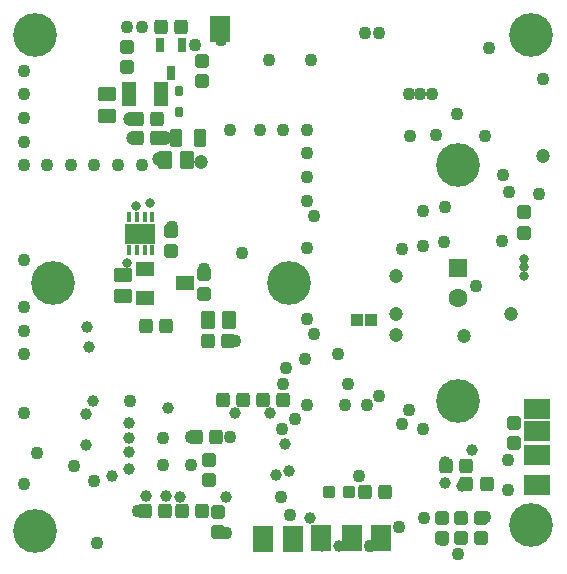
<source format=gbs>
G04 Layer_Color=16711935*
%FSLAX44Y44*%
%MOMM*%
G71*
G01*
G75*
%ADD59R,1.0000X1.0000*%
%ADD71R,1.7032X2.2032*%
G04:AMPARAMS|DCode=72|XSize=1.2032mm|YSize=1.1032mm|CornerRadius=0.2141mm|HoleSize=0mm|Usage=FLASHONLY|Rotation=180.000|XOffset=0mm|YOffset=0mm|HoleType=Round|Shape=RoundedRectangle|*
%AMROUNDEDRECTD72*
21,1,1.2032,0.6750,0,0,180.0*
21,1,0.7750,1.1032,0,0,180.0*
1,1,0.4282,-0.3875,0.3375*
1,1,0.4282,0.3875,0.3375*
1,1,0.4282,0.3875,-0.3375*
1,1,0.4282,-0.3875,-0.3375*
%
%ADD72ROUNDEDRECTD72*%
G04:AMPARAMS|DCode=73|XSize=1.2032mm|YSize=1.1032mm|CornerRadius=0.2141mm|HoleSize=0mm|Usage=FLASHONLY|Rotation=90.000|XOffset=0mm|YOffset=0mm|HoleType=Round|Shape=RoundedRectangle|*
%AMROUNDEDRECTD73*
21,1,1.2032,0.6750,0,0,90.0*
21,1,0.7750,1.1032,0,0,90.0*
1,1,0.4282,0.3375,0.3875*
1,1,0.4282,0.3375,-0.3875*
1,1,0.4282,-0.3375,-0.3875*
1,1,0.4282,-0.3375,0.3875*
%
%ADD73ROUNDEDRECTD73*%
G04:AMPARAMS|DCode=77|XSize=1.6032mm|YSize=1.2032mm|CornerRadius=0.2266mm|HoleSize=0mm|Usage=FLASHONLY|Rotation=180.000|XOffset=0mm|YOffset=0mm|HoleType=Round|Shape=RoundedRectangle|*
%AMROUNDEDRECTD77*
21,1,1.6032,0.7500,0,0,180.0*
21,1,1.1500,1.2032,0,0,180.0*
1,1,0.4532,-0.5750,0.3750*
1,1,0.4532,0.5750,0.3750*
1,1,0.4532,0.5750,-0.3750*
1,1,0.4532,-0.5750,-0.3750*
%
%ADD77ROUNDEDRECTD77*%
G04:AMPARAMS|DCode=78|XSize=1.6032mm|YSize=1.2032mm|CornerRadius=0.2266mm|HoleSize=0mm|Usage=FLASHONLY|Rotation=270.000|XOffset=0mm|YOffset=0mm|HoleType=Round|Shape=RoundedRectangle|*
%AMROUNDEDRECTD78*
21,1,1.6032,0.7500,0,0,270.0*
21,1,1.1500,1.2032,0,0,270.0*
1,1,0.4532,-0.3750,-0.5750*
1,1,0.4532,-0.3750,0.5750*
1,1,0.4532,0.3750,0.5750*
1,1,0.4532,0.3750,-0.5750*
%
%ADD78ROUNDEDRECTD78*%
G04:AMPARAMS|DCode=79|XSize=0.8532mm|YSize=0.7032mm|CornerRadius=0.1516mm|HoleSize=0mm|Usage=FLASHONLY|Rotation=90.000|XOffset=0mm|YOffset=0mm|HoleType=Round|Shape=RoundedRectangle|*
%AMROUNDEDRECTD79*
21,1,0.8532,0.4000,0,0,90.0*
21,1,0.5500,0.7032,0,0,90.0*
1,1,0.3032,0.2000,0.2750*
1,1,0.3032,0.2000,-0.2750*
1,1,0.3032,-0.2000,-0.2750*
1,1,0.3032,-0.2000,0.2750*
%
%ADD79ROUNDEDRECTD79*%
G04:AMPARAMS|DCode=94|XSize=1.5032mm|YSize=1.0032mm|CornerRadius=0.2016mm|HoleSize=0mm|Usage=FLASHONLY|Rotation=270.000|XOffset=0mm|YOffset=0mm|HoleType=Round|Shape=RoundedRectangle|*
%AMROUNDEDRECTD94*
21,1,1.5032,0.6000,0,0,270.0*
21,1,1.1000,1.0032,0,0,270.0*
1,1,0.4032,-0.3000,-0.5500*
1,1,0.4032,-0.3000,0.5500*
1,1,0.4032,0.3000,0.5500*
1,1,0.4032,0.3000,-0.5500*
%
%ADD94ROUNDEDRECTD94*%
%ADD100C,1.0032*%
%ADD101R,1.6032X1.6032*%
%ADD102C,1.6032*%
%ADD103C,3.7032*%
%ADD104C,1.1032*%
%ADD105C,1.2032*%
%ADD106C,0.8032*%
%ADD107R,0.4532X0.9032*%
%ADD108R,2.5032X1.7032*%
G04:AMPARAMS|DCode=109|XSize=1.0032mm|YSize=1.0032mm|CornerRadius=0.2016mm|HoleSize=0mm|Usage=FLASHONLY|Rotation=180.000|XOffset=0mm|YOffset=0mm|HoleType=Round|Shape=RoundedRectangle|*
%AMROUNDEDRECTD109*
21,1,1.0032,0.6000,0,0,180.0*
21,1,0.6000,1.0032,0,0,180.0*
1,1,0.4032,-0.3000,0.3000*
1,1,0.4032,0.3000,0.3000*
1,1,0.4032,0.3000,-0.3000*
1,1,0.4032,-0.3000,-0.3000*
%
%ADD109ROUNDEDRECTD109*%
%ADD110R,2.2032X1.7032*%
%ADD111R,0.8032X1.2532*%
%ADD112R,1.3032X2.0032*%
%ADD113R,1.6032X1.2032*%
D59*
X302000Y-271000D02*
D03*
X314000D02*
D03*
D71*
X186000Y-25000D02*
D03*
X298000Y-456000D02*
D03*
X323000D02*
D03*
X272000D02*
D03*
X248000Y-456200D02*
D03*
X222600D02*
D03*
D72*
X145000Y-213000D02*
D03*
Y-196000D02*
D03*
X374000Y-439000D02*
D03*
Y-456000D02*
D03*
X390000Y-456000D02*
D03*
Y-439000D02*
D03*
X407000Y-456000D02*
D03*
Y-439000D02*
D03*
X185000Y-450500D02*
D03*
Y-433500D02*
D03*
X177000Y-406500D02*
D03*
Y-389500D02*
D03*
X171000Y-69000D02*
D03*
Y-52000D02*
D03*
X108000Y-56500D02*
D03*
Y-39500D02*
D03*
X173000Y-249000D02*
D03*
Y-232000D02*
D03*
X444000Y-197000D02*
D03*
Y-180000D02*
D03*
X435000Y-375000D02*
D03*
Y-358000D02*
D03*
D73*
X309000Y-417000D02*
D03*
X326000D02*
D03*
X394500Y-395000D02*
D03*
X377500D02*
D03*
X412000Y-410000D02*
D03*
X395000D02*
D03*
X171500Y-433000D02*
D03*
X154500D02*
D03*
X139500Y-433000D02*
D03*
X122500D02*
D03*
X183000Y-370000D02*
D03*
X166000D02*
D03*
X206000Y-339000D02*
D03*
X189000D02*
D03*
X223000D02*
D03*
X240000D02*
D03*
X136000Y-23000D02*
D03*
X153000D02*
D03*
X116000Y-101000D02*
D03*
X133000D02*
D03*
Y-117000D02*
D03*
X116000D02*
D03*
X176500Y-289000D02*
D03*
X193500D02*
D03*
X123500Y-276000D02*
D03*
X140500D02*
D03*
D77*
X104000Y-251000D02*
D03*
Y-233000D02*
D03*
X91000Y-98000D02*
D03*
Y-80000D02*
D03*
D78*
X158000Y-136000D02*
D03*
X140000D02*
D03*
X176000Y-271000D02*
D03*
X194000D02*
D03*
D79*
X152000Y-77000D02*
D03*
Y-95000D02*
D03*
D94*
X149000Y-117000D02*
D03*
X169000D02*
D03*
D100*
X199000Y-350000D02*
D03*
X229000D02*
D03*
X109000Y-358000D02*
D03*
X124000Y-420000D02*
D03*
X191000Y-421000D02*
D03*
X95000Y-403000D02*
D03*
X244500Y-398893D02*
D03*
X152500Y-420500D02*
D03*
X109000Y-397000D02*
D03*
X75000Y-294000D02*
D03*
X74000Y-277000D02*
D03*
X79000Y-340000D02*
D03*
X73000Y-377000D02*
D03*
X234000Y-402000D02*
D03*
X241000Y-376000D02*
D03*
X222000Y-462000D02*
D03*
X248000D02*
D03*
X286999Y-461999D02*
D03*
X273000Y-462000D02*
D03*
X262500Y-439000D02*
D03*
X109000Y-382999D02*
D03*
X109000Y-371000D02*
D03*
X142500Y-345500D02*
D03*
X141000Y-420000D02*
D03*
X73000Y-350999D02*
D03*
X391000Y-412000D02*
D03*
X377000Y-409000D02*
D03*
X400000Y-381250D02*
D03*
X376500Y-391000D02*
D03*
D101*
X388000Y-227300D02*
D03*
D102*
Y-252700D02*
D03*
D103*
X45000Y-240000D02*
D03*
X245000D02*
D03*
X388000Y-340000D02*
D03*
Y-140000D02*
D03*
X450000Y-30000D02*
D03*
Y-445000D02*
D03*
X30000Y-450000D02*
D03*
Y-30000D02*
D03*
D104*
X414000Y-41000D02*
D03*
X187000Y-34000D02*
D03*
X455000Y-412000D02*
D03*
X110000Y-340000D02*
D03*
X60000Y-140000D02*
D03*
X40000D02*
D03*
X20000D02*
D03*
Y-120000D02*
D03*
Y-100000D02*
D03*
Y-80000D02*
D03*
Y-60000D02*
D03*
X260000Y-170000D02*
D03*
Y-270000D02*
D03*
Y-210000D02*
D03*
Y-150000D02*
D03*
Y-130000D02*
D03*
X220000Y-110000D02*
D03*
X240000D02*
D03*
X260000D02*
D03*
X80000Y-407000D02*
D03*
X347000Y-115000D02*
D03*
X387000Y-97000D02*
D03*
X339999Y-358999D02*
D03*
X338000Y-446000D02*
D03*
X359000Y-439000D02*
D03*
X239000Y-363000D02*
D03*
X250000Y-355000D02*
D03*
X31000Y-384000D02*
D03*
X430000Y-415000D02*
D03*
X266000Y-283000D02*
D03*
X242000Y-312000D02*
D03*
X356000Y-80000D02*
D03*
X369000Y-114000D02*
D03*
X366000Y-80000D02*
D03*
X411000Y-115000D02*
D03*
X376000Y-205000D02*
D03*
X340000Y-211000D02*
D03*
X358000Y-208000D02*
D03*
X346000Y-80000D02*
D03*
X238000Y-421000D02*
D03*
X286000Y-300000D02*
D03*
X63000Y-395000D02*
D03*
X358000Y-179000D02*
D03*
X321000Y-335000D02*
D03*
X311000Y-343000D02*
D03*
X292000D02*
D03*
X258000Y-304000D02*
D03*
X240000Y-325000D02*
D03*
X205000Y-214000D02*
D03*
X266000Y-183000D02*
D03*
X246000Y-436000D02*
D03*
X191000Y-451000D02*
D03*
X82000Y-460000D02*
D03*
X346000Y-347000D02*
D03*
X304000Y-403000D02*
D03*
X260000Y-343000D02*
D03*
X358000Y-363000D02*
D03*
X374999Y-456999D02*
D03*
X263000Y-51000D02*
D03*
X228000D02*
D03*
X117000Y-433000D02*
D03*
X295000Y-325000D02*
D03*
X195000Y-370000D02*
D03*
X162000D02*
D03*
Y-394000D02*
D03*
X138000D02*
D03*
Y-371000D02*
D03*
X20000Y-410000D02*
D03*
Y-350000D02*
D03*
X171000Y-69000D02*
D03*
X321000Y-28000D02*
D03*
X120000Y-23000D02*
D03*
X309000Y-28000D02*
D03*
X108000Y-23000D02*
D03*
X165000Y-38000D02*
D03*
X460000Y-67000D02*
D03*
X377000Y-175000D02*
D03*
X425000Y-204000D02*
D03*
X173000Y-228000D02*
D03*
X199000Y-289000D02*
D03*
X145000Y-213000D02*
D03*
X146000Y-192000D02*
D03*
X430000Y-390000D02*
D03*
X457000Y-346000D02*
D03*
X456000Y-366000D02*
D03*
X455000Y-384000D02*
D03*
X426000Y-148500D02*
D03*
X431000Y-163000D02*
D03*
X456000Y-164000D02*
D03*
X403000Y-242000D02*
D03*
X80000Y-140000D02*
D03*
X100000D02*
D03*
X120000D02*
D03*
X20000Y-220000D02*
D03*
Y-260000D02*
D03*
Y-280000D02*
D03*
Y-300000D02*
D03*
X313000Y-462000D02*
D03*
X388000Y-469000D02*
D03*
X411000Y-438000D02*
D03*
X195000Y-110000D02*
D03*
D105*
X110000Y-101000D02*
D03*
X113000Y-117000D02*
D03*
X135000Y-135000D02*
D03*
X91000Y-98000D02*
D03*
X140000Y-117000D02*
D03*
X170000Y-137000D02*
D03*
X335000Y-234000D02*
D03*
X335000Y-283500D02*
D03*
Y-266000D02*
D03*
X433000D02*
D03*
X393000Y-284500D02*
D03*
X460000Y-132000D02*
D03*
D106*
X117000Y-201000D02*
D03*
X122000Y-195000D02*
D03*
X127000Y-201000D02*
D03*
X123000Y-228000D02*
D03*
X108000Y-223000D02*
D03*
X444000Y-234000D02*
D03*
Y-219000D02*
D03*
Y-226000D02*
D03*
X115500Y-174500D02*
D03*
X126750Y-172250D02*
D03*
X112000Y-195000D02*
D03*
D107*
X109500Y-211970D02*
D03*
X116000D02*
D03*
X122500D02*
D03*
X129000Y-212000D02*
D03*
X109500Y-183970D02*
D03*
X116000D02*
D03*
X122500D02*
D03*
X129000Y-184000D02*
D03*
D108*
X119000Y-198000D02*
D03*
D109*
X278500Y-417000D02*
D03*
X295500D02*
D03*
D110*
X455000Y-385000D02*
D03*
Y-365000D02*
D03*
Y-346000D02*
D03*
Y-411000D02*
D03*
D111*
X145000Y-61500D02*
D03*
X154500Y-38500D02*
D03*
X135500D02*
D03*
D112*
X109500Y-80000D02*
D03*
X136500D02*
D03*
D113*
X157000Y-240000D02*
D03*
X123000Y-252000D02*
D03*
Y-228000D02*
D03*
M02*

</source>
